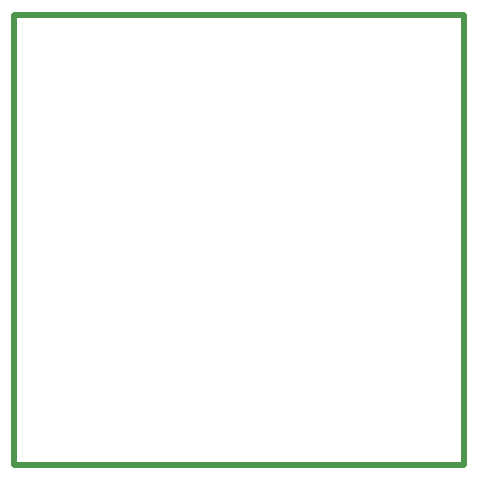
<source format=gbr>
G04 (created by PCBNEW (2013-mar-13)-testing) date Sun 09 Feb 2014 10:32:50 PM PST*
%MOIN*%
G04 Gerber Fmt 3.4, Leading zero omitted, Abs format*
%FSLAX34Y34*%
G01*
G70*
G90*
G04 APERTURE LIST*
%ADD10C,0.005906*%
%ADD11C,0.020000*%
G04 APERTURE END LIST*
G54D10*
G54D11*
X10000Y-10000D02*
X25000Y-10000D01*
X25000Y-10000D02*
X25000Y-25000D01*
X10000Y-25000D02*
X25000Y-25000D01*
X10000Y-10000D02*
X10000Y-25000D01*
M02*

</source>
